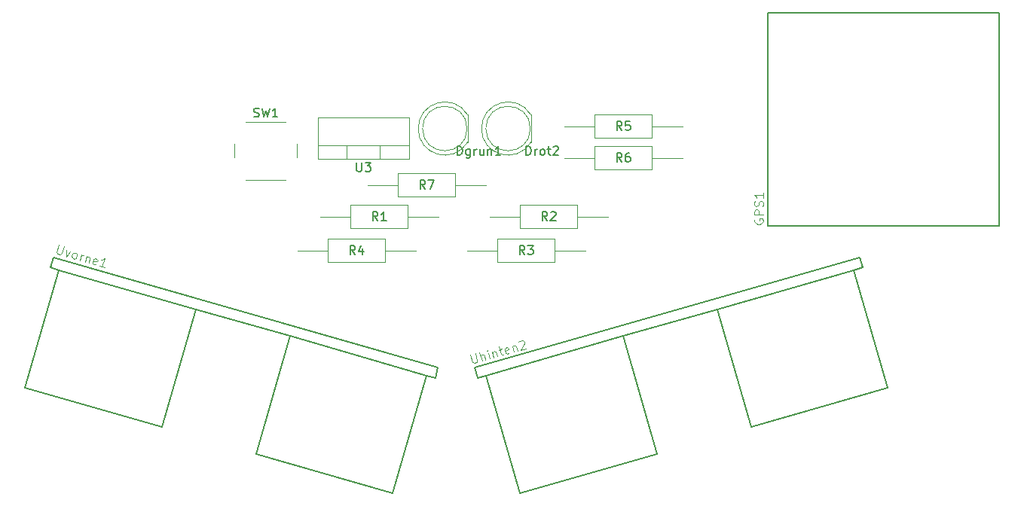
<source format=gbr>
G04 #@! TF.GenerationSoftware,KiCad,Pcbnew,(5.0.2)-1*
G04 #@! TF.CreationDate,2020-12-29T21:20:42+01:00*
G04 #@! TF.ProjectId,Radmesser,5261646d-6573-4736-9572-2e6b69636164,rev?*
G04 #@! TF.SameCoordinates,Original*
G04 #@! TF.FileFunction,Legend,Top*
G04 #@! TF.FilePolarity,Positive*
%FSLAX46Y46*%
G04 Gerber Fmt 4.6, Leading zero omitted, Abs format (unit mm)*
G04 Created by KiCad (PCBNEW (5.0.2)-1) date 29.12.2020 21:20:42*
%MOMM*%
%LPD*%
G01*
G04 APERTURE LIST*
%ADD10C,0.127000*%
%ADD11C,0.120000*%
%ADD12C,0.015000*%
%ADD13C,0.150000*%
G04 APERTURE END LIST*
D10*
G04 #@! TO.C,Uvorne1*
X122751342Y-119597310D02*
X138131529Y-124007507D01*
X148705408Y-127039519D02*
X164085595Y-131449716D01*
X168850652Y-118459942D02*
X167889390Y-118184305D01*
X167889390Y-118184305D02*
X152509203Y-113774107D01*
X152509203Y-113774107D02*
X141935324Y-110742096D01*
X141935324Y-110742096D02*
X126555137Y-106331898D01*
X126555137Y-106331898D02*
X125593876Y-106056261D01*
X125593876Y-106056261D02*
X125924640Y-104902747D01*
X125924640Y-104902747D02*
X169181417Y-117306428D01*
X169181417Y-117306428D02*
X168850652Y-118459942D01*
X126555137Y-106331898D02*
X122751342Y-119597310D01*
X167889390Y-118184305D02*
X164085595Y-131449716D01*
X141935324Y-110742096D02*
X138131529Y-124007507D01*
X152509203Y-113774107D02*
X148705408Y-127039519D01*
G04 #@! TO.C,Uhinten2*
X200524676Y-110742096D02*
X204328471Y-124007507D01*
X189950797Y-113774107D02*
X193754593Y-127039518D01*
X215904863Y-106331898D02*
X219708658Y-119597310D01*
X174570610Y-118184305D02*
X178374405Y-131449716D01*
X216535360Y-104902747D02*
X216866124Y-106056261D01*
X173278583Y-117306428D02*
X216535360Y-104902747D01*
X173609348Y-118459942D02*
X173278583Y-117306428D01*
X174570610Y-118184305D02*
X173609348Y-118459942D01*
X189950797Y-113774107D02*
X174570610Y-118184305D01*
X200524676Y-110742096D02*
X189950797Y-113774107D01*
X215904863Y-106331898D02*
X200524676Y-110742096D01*
X216866124Y-106056261D02*
X215904863Y-106331898D01*
X204328471Y-124007507D02*
X219708658Y-119597310D01*
X178374405Y-131449716D02*
X193754593Y-127039518D01*
D11*
G04 #@! TO.C,Drot2*
X174048000Y-90423538D02*
G75*
G03X179598000Y-91968830I2990000J-462D01*
G01*
X174048000Y-90424462D02*
G75*
G02X179598000Y-88879170I2990000J462D01*
G01*
X179538000Y-90424000D02*
G75*
G03X179538000Y-90424000I-2500000J0D01*
G01*
X179598000Y-91969000D02*
X179598000Y-88879000D01*
G04 #@! TO.C,Dgrun1*
X172486000Y-91969000D02*
X172486000Y-88879000D01*
X172426000Y-90424000D02*
G75*
G03X172426000Y-90424000I-2500000J0D01*
G01*
X166936000Y-90424462D02*
G75*
G02X172486000Y-88879170I2990000J462D01*
G01*
X166936000Y-90423538D02*
G75*
G03X172486000Y-91968830I2990000J-462D01*
G01*
D10*
G04 #@! TO.C,GPS1*
X206200000Y-101408000D02*
X206200000Y-77408000D01*
X232200000Y-101408000D02*
X232200000Y-77408000D01*
X206200000Y-101408000D02*
X232200000Y-101408000D01*
X206200000Y-77408000D02*
X232200000Y-77408000D01*
D11*
G04 #@! TO.C,R1*
X155920000Y-100330000D02*
X159350000Y-100330000D01*
X169200000Y-100330000D02*
X165770000Y-100330000D01*
X159350000Y-101640000D02*
X165770000Y-101640000D01*
X159350000Y-99020000D02*
X159350000Y-101640000D01*
X165770000Y-99020000D02*
X159350000Y-99020000D01*
X165770000Y-101640000D02*
X165770000Y-99020000D01*
G04 #@! TO.C,R2*
X184820000Y-101640000D02*
X184820000Y-99020000D01*
X184820000Y-99020000D02*
X178400000Y-99020000D01*
X178400000Y-99020000D02*
X178400000Y-101640000D01*
X178400000Y-101640000D02*
X184820000Y-101640000D01*
X188250000Y-100330000D02*
X184820000Y-100330000D01*
X174970000Y-100330000D02*
X178400000Y-100330000D01*
G04 #@! TO.C,R3*
X185710000Y-104140000D02*
X182280000Y-104140000D01*
X172430000Y-104140000D02*
X175860000Y-104140000D01*
X182280000Y-102830000D02*
X175860000Y-102830000D01*
X182280000Y-105450000D02*
X182280000Y-102830000D01*
X175860000Y-105450000D02*
X182280000Y-105450000D01*
X175860000Y-102830000D02*
X175860000Y-105450000D01*
G04 #@! TO.C,R4*
X156810000Y-102830000D02*
X156810000Y-105450000D01*
X156810000Y-105450000D02*
X163230000Y-105450000D01*
X163230000Y-105450000D02*
X163230000Y-102830000D01*
X163230000Y-102830000D02*
X156810000Y-102830000D01*
X153380000Y-104140000D02*
X156810000Y-104140000D01*
X166660000Y-104140000D02*
X163230000Y-104140000D01*
G04 #@! TO.C,R5*
X196632000Y-90170000D02*
X193202000Y-90170000D01*
X183352000Y-90170000D02*
X186782000Y-90170000D01*
X193202000Y-88860000D02*
X186782000Y-88860000D01*
X193202000Y-91480000D02*
X193202000Y-88860000D01*
X186782000Y-91480000D02*
X193202000Y-91480000D01*
X186782000Y-88860000D02*
X186782000Y-91480000D01*
G04 #@! TO.C,R6*
X186782000Y-92416000D02*
X186782000Y-95036000D01*
X186782000Y-95036000D02*
X193202000Y-95036000D01*
X193202000Y-95036000D02*
X193202000Y-92416000D01*
X193202000Y-92416000D02*
X186782000Y-92416000D01*
X183352000Y-93726000D02*
X186782000Y-93726000D01*
X196632000Y-93726000D02*
X193202000Y-93726000D01*
G04 #@! TO.C,R7*
X174534000Y-96774000D02*
X171104000Y-96774000D01*
X161254000Y-96774000D02*
X164684000Y-96774000D01*
X171104000Y-95464000D02*
X164684000Y-95464000D01*
X171104000Y-98084000D02*
X171104000Y-95464000D01*
X164684000Y-98084000D02*
X171104000Y-98084000D01*
X164684000Y-95464000D02*
X164684000Y-98084000D01*
G04 #@! TO.C,U3*
X158931000Y-93806000D02*
X158931000Y-92296000D01*
X162632000Y-93806000D02*
X162632000Y-92296000D01*
X165902000Y-92296000D02*
X155662000Y-92296000D01*
X155662000Y-93806000D02*
X155662000Y-89165000D01*
X165902000Y-93806000D02*
X165902000Y-89165000D01*
X165902000Y-89165000D02*
X155662000Y-89165000D01*
X165902000Y-93806000D02*
X155662000Y-93806000D01*
G04 #@! TO.C,SW1*
X153308000Y-93678000D02*
X153308000Y-92178000D01*
X152058000Y-89678000D02*
X147558000Y-89678000D01*
X146308000Y-92178000D02*
X146308000Y-93678000D01*
X147558000Y-96178000D02*
X152058000Y-96178000D01*
G04 #@! TO.C,Uvorne1*
D12*
X126557388Y-103522493D02*
X126334137Y-104301062D01*
X126353671Y-104405791D01*
X126386336Y-104464722D01*
X126464800Y-104536785D01*
X126647993Y-104589314D01*
X126752722Y-104569781D01*
X126811652Y-104537115D01*
X126883715Y-104458651D01*
X127106966Y-103680082D01*
X127381425Y-104105729D02*
X127426562Y-104812565D01*
X127839407Y-104237053D01*
X128159333Y-105022684D02*
X128080869Y-104950621D01*
X128048203Y-104891690D01*
X128028670Y-104786962D01*
X128107464Y-104512173D01*
X128179527Y-104433709D01*
X128238458Y-104401043D01*
X128343186Y-104381509D01*
X128480581Y-104420907D01*
X128559045Y-104492970D01*
X128591711Y-104551900D01*
X128611244Y-104656629D01*
X128532449Y-104931418D01*
X128460386Y-105009882D01*
X128401456Y-105042548D01*
X128296727Y-105062081D01*
X128159333Y-105022684D01*
X128892103Y-105232802D02*
X129075957Y-104591628D01*
X129023427Y-104774821D02*
X129095490Y-104696357D01*
X129154421Y-104663691D01*
X129259150Y-104644158D01*
X129350746Y-104670423D01*
X129671333Y-104762349D02*
X129487480Y-105403524D01*
X129645068Y-104853946D02*
X129703999Y-104821280D01*
X129808728Y-104801747D01*
X129946122Y-104841144D01*
X130024586Y-104913207D01*
X130044120Y-105017936D01*
X129899663Y-105521716D01*
X130737162Y-105712301D02*
X130632434Y-105731834D01*
X130449241Y-105679305D01*
X130370777Y-105607242D01*
X130351244Y-105502513D01*
X130456303Y-105136127D01*
X130528366Y-105057664D01*
X130633095Y-105038130D01*
X130816288Y-105090660D01*
X130894751Y-105162723D01*
X130914285Y-105267452D01*
X130888020Y-105359048D01*
X130403773Y-105319320D01*
X131685792Y-106033880D02*
X131136214Y-105876291D01*
X131411003Y-105955085D02*
X131686783Y-104993324D01*
X131555790Y-105104453D01*
X131437929Y-105169785D01*
X131333200Y-105189318D01*
G04 #@! TO.C,Uhinten2*
X172808972Y-115879395D02*
X173032223Y-116657964D01*
X173104286Y-116736428D01*
X173163216Y-116769094D01*
X173267945Y-116788627D01*
X173451138Y-116736097D01*
X173529602Y-116664034D01*
X173562268Y-116605104D01*
X173581801Y-116500375D01*
X173358550Y-115721806D01*
X174092312Y-116552244D02*
X173816532Y-115590482D01*
X174504496Y-116434052D02*
X174360039Y-115930272D01*
X174287976Y-115851808D01*
X174183247Y-115832275D01*
X174045853Y-115871672D01*
X173967389Y-115943735D01*
X173934723Y-116002666D01*
X174962477Y-116302728D02*
X174778624Y-115661553D01*
X174686697Y-115340966D02*
X174654031Y-115399897D01*
X174712962Y-115432563D01*
X174745627Y-115373632D01*
X174686697Y-115340966D01*
X174712962Y-115432563D01*
X175236605Y-115530229D02*
X175420459Y-116171404D01*
X175262870Y-115621826D02*
X175295536Y-115562895D01*
X175374000Y-115490832D01*
X175511394Y-115451435D01*
X175616123Y-115470968D01*
X175688186Y-115549432D01*
X175832643Y-116053212D01*
X175969376Y-115320111D02*
X176335761Y-115215051D01*
X176014844Y-114960126D02*
X176251227Y-115784493D01*
X176323290Y-115862957D01*
X176428019Y-115882491D01*
X176519615Y-115856226D01*
X177193455Y-115613441D02*
X177114991Y-115685504D01*
X176931799Y-115738034D01*
X176827070Y-115718501D01*
X176755007Y-115640037D01*
X176649948Y-115273651D01*
X176669481Y-115168923D01*
X176747945Y-115096860D01*
X176931138Y-115044330D01*
X177035866Y-115063863D01*
X177107929Y-115142327D01*
X177134194Y-115233924D01*
X176702477Y-115456844D01*
X177480716Y-114886741D02*
X177664569Y-115527915D01*
X177506980Y-114978337D02*
X177539646Y-114919407D01*
X177618110Y-114847344D01*
X177755505Y-114807947D01*
X177860233Y-114827480D01*
X177932296Y-114905944D01*
X178076753Y-115409724D01*
X178239421Y-114421367D02*
X178272086Y-114362436D01*
X178350550Y-114290373D01*
X178579541Y-114224711D01*
X178684270Y-114244244D01*
X178743200Y-114276910D01*
X178815263Y-114355374D01*
X178841528Y-114446970D01*
X178835127Y-114597497D01*
X178443138Y-115304664D01*
X179038515Y-115133943D01*
G04 #@! TO.C,Drot2*
D13*
X179062285Y-93416380D02*
X179062285Y-92416380D01*
X179300380Y-92416380D01*
X179443238Y-92464000D01*
X179538476Y-92559238D01*
X179586095Y-92654476D01*
X179633714Y-92844952D01*
X179633714Y-92987809D01*
X179586095Y-93178285D01*
X179538476Y-93273523D01*
X179443238Y-93368761D01*
X179300380Y-93416380D01*
X179062285Y-93416380D01*
X180062285Y-93416380D02*
X180062285Y-92749714D01*
X180062285Y-92940190D02*
X180109904Y-92844952D01*
X180157523Y-92797333D01*
X180252761Y-92749714D01*
X180348000Y-92749714D01*
X180824190Y-93416380D02*
X180728952Y-93368761D01*
X180681333Y-93321142D01*
X180633714Y-93225904D01*
X180633714Y-92940190D01*
X180681333Y-92844952D01*
X180728952Y-92797333D01*
X180824190Y-92749714D01*
X180967047Y-92749714D01*
X181062285Y-92797333D01*
X181109904Y-92844952D01*
X181157523Y-92940190D01*
X181157523Y-93225904D01*
X181109904Y-93321142D01*
X181062285Y-93368761D01*
X180967047Y-93416380D01*
X180824190Y-93416380D01*
X181443238Y-92749714D02*
X181824190Y-92749714D01*
X181586095Y-92416380D02*
X181586095Y-93273523D01*
X181633714Y-93368761D01*
X181728952Y-93416380D01*
X181824190Y-93416380D01*
X182109904Y-92511619D02*
X182157523Y-92464000D01*
X182252761Y-92416380D01*
X182490857Y-92416380D01*
X182586095Y-92464000D01*
X182633714Y-92511619D01*
X182681333Y-92606857D01*
X182681333Y-92702095D01*
X182633714Y-92844952D01*
X182062285Y-93416380D01*
X182681333Y-93416380D01*
G04 #@! TO.C,Dgrun1*
X171331238Y-93416380D02*
X171331238Y-92416380D01*
X171569333Y-92416380D01*
X171712190Y-92464000D01*
X171807428Y-92559238D01*
X171855047Y-92654476D01*
X171902666Y-92844952D01*
X171902666Y-92987809D01*
X171855047Y-93178285D01*
X171807428Y-93273523D01*
X171712190Y-93368761D01*
X171569333Y-93416380D01*
X171331238Y-93416380D01*
X172759809Y-92749714D02*
X172759809Y-93559238D01*
X172712190Y-93654476D01*
X172664571Y-93702095D01*
X172569333Y-93749714D01*
X172426476Y-93749714D01*
X172331238Y-93702095D01*
X172759809Y-93368761D02*
X172664571Y-93416380D01*
X172474095Y-93416380D01*
X172378857Y-93368761D01*
X172331238Y-93321142D01*
X172283619Y-93225904D01*
X172283619Y-92940190D01*
X172331238Y-92844952D01*
X172378857Y-92797333D01*
X172474095Y-92749714D01*
X172664571Y-92749714D01*
X172759809Y-92797333D01*
X173236000Y-93416380D02*
X173236000Y-92749714D01*
X173236000Y-92940190D02*
X173283619Y-92844952D01*
X173331238Y-92797333D01*
X173426476Y-92749714D01*
X173521714Y-92749714D01*
X174283619Y-92749714D02*
X174283619Y-93416380D01*
X173855047Y-92749714D02*
X173855047Y-93273523D01*
X173902666Y-93368761D01*
X173997904Y-93416380D01*
X174140761Y-93416380D01*
X174236000Y-93368761D01*
X174283619Y-93321142D01*
X174759809Y-92749714D02*
X174759809Y-93416380D01*
X174759809Y-92844952D02*
X174807428Y-92797333D01*
X174902666Y-92749714D01*
X175045523Y-92749714D01*
X175140761Y-92797333D01*
X175188380Y-92892571D01*
X175188380Y-93416380D01*
X176188380Y-93416380D02*
X175616952Y-93416380D01*
X175902666Y-93416380D02*
X175902666Y-92416380D01*
X175807428Y-92559238D01*
X175712190Y-92654476D01*
X175616952Y-92702095D01*
G04 #@! TO.C,GPS1*
D12*
X204746450Y-100599095D02*
X204698806Y-100694382D01*
X204698806Y-100837314D01*
X204746450Y-100980245D01*
X204841737Y-101075533D01*
X204937025Y-101123177D01*
X205127600Y-101170820D01*
X205270531Y-101170820D01*
X205461107Y-101123177D01*
X205556394Y-101075533D01*
X205651682Y-100980245D01*
X205699326Y-100837314D01*
X205699326Y-100742026D01*
X205651682Y-100599095D01*
X205604038Y-100551451D01*
X205270531Y-100551451D01*
X205270531Y-100742026D01*
X205699326Y-100122657D02*
X204698806Y-100122657D01*
X204698806Y-99741506D01*
X204746450Y-99646219D01*
X204794093Y-99598575D01*
X204889381Y-99550931D01*
X205032312Y-99550931D01*
X205127600Y-99598575D01*
X205175244Y-99646219D01*
X205222888Y-99741506D01*
X205222888Y-100122657D01*
X205651682Y-99169780D02*
X205699326Y-99026849D01*
X205699326Y-98788630D01*
X205651682Y-98693342D01*
X205604038Y-98645699D01*
X205508750Y-98598055D01*
X205413463Y-98598055D01*
X205318175Y-98645699D01*
X205270531Y-98693342D01*
X205222888Y-98788630D01*
X205175244Y-98979205D01*
X205127600Y-99074493D01*
X205079956Y-99122137D01*
X204984669Y-99169780D01*
X204889381Y-99169780D01*
X204794093Y-99122137D01*
X204746450Y-99074493D01*
X204698806Y-98979205D01*
X204698806Y-98740986D01*
X204746450Y-98598055D01*
X205699326Y-97645179D02*
X205699326Y-98216904D01*
X205699326Y-97931041D02*
X204698806Y-97931041D01*
X204841737Y-98026329D01*
X204937025Y-98121617D01*
X204984669Y-98216904D01*
G04 #@! TO.C,R1*
D13*
X162393333Y-100782380D02*
X162060000Y-100306190D01*
X161821904Y-100782380D02*
X161821904Y-99782380D01*
X162202857Y-99782380D01*
X162298095Y-99830000D01*
X162345714Y-99877619D01*
X162393333Y-99972857D01*
X162393333Y-100115714D01*
X162345714Y-100210952D01*
X162298095Y-100258571D01*
X162202857Y-100306190D01*
X161821904Y-100306190D01*
X163345714Y-100782380D02*
X162774285Y-100782380D01*
X163060000Y-100782380D02*
X163060000Y-99782380D01*
X162964761Y-99925238D01*
X162869523Y-100020476D01*
X162774285Y-100068095D01*
G04 #@! TO.C,R2*
X181443333Y-100782380D02*
X181110000Y-100306190D01*
X180871904Y-100782380D02*
X180871904Y-99782380D01*
X181252857Y-99782380D01*
X181348095Y-99830000D01*
X181395714Y-99877619D01*
X181443333Y-99972857D01*
X181443333Y-100115714D01*
X181395714Y-100210952D01*
X181348095Y-100258571D01*
X181252857Y-100306190D01*
X180871904Y-100306190D01*
X181824285Y-99877619D02*
X181871904Y-99830000D01*
X181967142Y-99782380D01*
X182205238Y-99782380D01*
X182300476Y-99830000D01*
X182348095Y-99877619D01*
X182395714Y-99972857D01*
X182395714Y-100068095D01*
X182348095Y-100210952D01*
X181776666Y-100782380D01*
X182395714Y-100782380D01*
G04 #@! TO.C,R3*
X178903333Y-104592380D02*
X178570000Y-104116190D01*
X178331904Y-104592380D02*
X178331904Y-103592380D01*
X178712857Y-103592380D01*
X178808095Y-103640000D01*
X178855714Y-103687619D01*
X178903333Y-103782857D01*
X178903333Y-103925714D01*
X178855714Y-104020952D01*
X178808095Y-104068571D01*
X178712857Y-104116190D01*
X178331904Y-104116190D01*
X179236666Y-103592380D02*
X179855714Y-103592380D01*
X179522380Y-103973333D01*
X179665238Y-103973333D01*
X179760476Y-104020952D01*
X179808095Y-104068571D01*
X179855714Y-104163809D01*
X179855714Y-104401904D01*
X179808095Y-104497142D01*
X179760476Y-104544761D01*
X179665238Y-104592380D01*
X179379523Y-104592380D01*
X179284285Y-104544761D01*
X179236666Y-104497142D01*
G04 #@! TO.C,R4*
X159853333Y-104592380D02*
X159520000Y-104116190D01*
X159281904Y-104592380D02*
X159281904Y-103592380D01*
X159662857Y-103592380D01*
X159758095Y-103640000D01*
X159805714Y-103687619D01*
X159853333Y-103782857D01*
X159853333Y-103925714D01*
X159805714Y-104020952D01*
X159758095Y-104068571D01*
X159662857Y-104116190D01*
X159281904Y-104116190D01*
X160710476Y-103925714D02*
X160710476Y-104592380D01*
X160472380Y-103544761D02*
X160234285Y-104259047D01*
X160853333Y-104259047D01*
G04 #@! TO.C,R5*
X189825333Y-90622380D02*
X189492000Y-90146190D01*
X189253904Y-90622380D02*
X189253904Y-89622380D01*
X189634857Y-89622380D01*
X189730095Y-89670000D01*
X189777714Y-89717619D01*
X189825333Y-89812857D01*
X189825333Y-89955714D01*
X189777714Y-90050952D01*
X189730095Y-90098571D01*
X189634857Y-90146190D01*
X189253904Y-90146190D01*
X190730095Y-89622380D02*
X190253904Y-89622380D01*
X190206285Y-90098571D01*
X190253904Y-90050952D01*
X190349142Y-90003333D01*
X190587238Y-90003333D01*
X190682476Y-90050952D01*
X190730095Y-90098571D01*
X190777714Y-90193809D01*
X190777714Y-90431904D01*
X190730095Y-90527142D01*
X190682476Y-90574761D01*
X190587238Y-90622380D01*
X190349142Y-90622380D01*
X190253904Y-90574761D01*
X190206285Y-90527142D01*
G04 #@! TO.C,R6*
X189825333Y-94178380D02*
X189492000Y-93702190D01*
X189253904Y-94178380D02*
X189253904Y-93178380D01*
X189634857Y-93178380D01*
X189730095Y-93226000D01*
X189777714Y-93273619D01*
X189825333Y-93368857D01*
X189825333Y-93511714D01*
X189777714Y-93606952D01*
X189730095Y-93654571D01*
X189634857Y-93702190D01*
X189253904Y-93702190D01*
X190682476Y-93178380D02*
X190492000Y-93178380D01*
X190396761Y-93226000D01*
X190349142Y-93273619D01*
X190253904Y-93416476D01*
X190206285Y-93606952D01*
X190206285Y-93987904D01*
X190253904Y-94083142D01*
X190301523Y-94130761D01*
X190396761Y-94178380D01*
X190587238Y-94178380D01*
X190682476Y-94130761D01*
X190730095Y-94083142D01*
X190777714Y-93987904D01*
X190777714Y-93749809D01*
X190730095Y-93654571D01*
X190682476Y-93606952D01*
X190587238Y-93559333D01*
X190396761Y-93559333D01*
X190301523Y-93606952D01*
X190253904Y-93654571D01*
X190206285Y-93749809D01*
G04 #@! TO.C,R7*
X167727333Y-97226380D02*
X167394000Y-96750190D01*
X167155904Y-97226380D02*
X167155904Y-96226380D01*
X167536857Y-96226380D01*
X167632095Y-96274000D01*
X167679714Y-96321619D01*
X167727333Y-96416857D01*
X167727333Y-96559714D01*
X167679714Y-96654952D01*
X167632095Y-96702571D01*
X167536857Y-96750190D01*
X167155904Y-96750190D01*
X168060666Y-96226380D02*
X168727333Y-96226380D01*
X168298761Y-97226380D01*
G04 #@! TO.C,U3*
X160020095Y-94258380D02*
X160020095Y-95067904D01*
X160067714Y-95163142D01*
X160115333Y-95210761D01*
X160210571Y-95258380D01*
X160401047Y-95258380D01*
X160496285Y-95210761D01*
X160543904Y-95163142D01*
X160591523Y-95067904D01*
X160591523Y-94258380D01*
X160972476Y-94258380D02*
X161591523Y-94258380D01*
X161258190Y-94639333D01*
X161401047Y-94639333D01*
X161496285Y-94686952D01*
X161543904Y-94734571D01*
X161591523Y-94829809D01*
X161591523Y-95067904D01*
X161543904Y-95163142D01*
X161496285Y-95210761D01*
X161401047Y-95258380D01*
X161115333Y-95258380D01*
X161020095Y-95210761D01*
X160972476Y-95163142D01*
G04 #@! TO.C,SW1*
X148474666Y-89082761D02*
X148617523Y-89130380D01*
X148855619Y-89130380D01*
X148950857Y-89082761D01*
X148998476Y-89035142D01*
X149046095Y-88939904D01*
X149046095Y-88844666D01*
X148998476Y-88749428D01*
X148950857Y-88701809D01*
X148855619Y-88654190D01*
X148665142Y-88606571D01*
X148569904Y-88558952D01*
X148522285Y-88511333D01*
X148474666Y-88416095D01*
X148474666Y-88320857D01*
X148522285Y-88225619D01*
X148569904Y-88178000D01*
X148665142Y-88130380D01*
X148903238Y-88130380D01*
X149046095Y-88178000D01*
X149379428Y-88130380D02*
X149617523Y-89130380D01*
X149808000Y-88416095D01*
X149998476Y-89130380D01*
X150236571Y-88130380D01*
X151141333Y-89130380D02*
X150569904Y-89130380D01*
X150855619Y-89130380D02*
X150855619Y-88130380D01*
X150760380Y-88273238D01*
X150665142Y-88368476D01*
X150569904Y-88416095D01*
G04 #@! TD*
M02*

</source>
